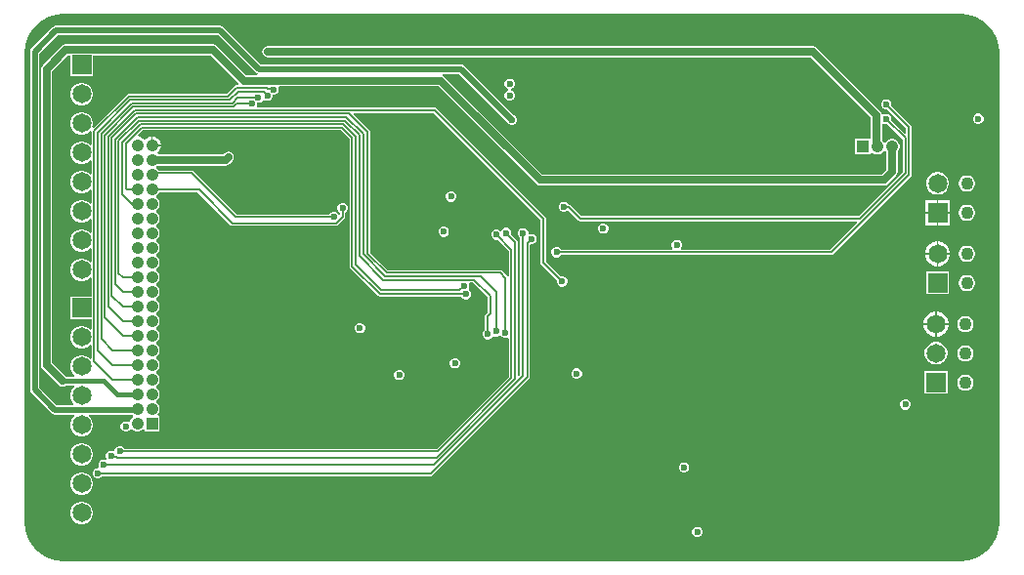
<source format=gbl>
G04*
G04 #@! TF.GenerationSoftware,Altium Limited,Altium Designer,23.3.1 (30)*
G04*
G04 Layer_Physical_Order=4*
G04 Layer_Color=16711680*
%FSLAX24Y24*%
%MOIN*%
G70*
G04*
G04 #@! TF.SameCoordinates,D40D81B0-760B-49B0-83D9-93248203E87C*
G04*
G04*
G04 #@! TF.FilePolarity,Positive*
G04*
G01*
G75*
%ADD13C,0.0160*%
%ADD16C,0.0060*%
%ADD63C,0.0250*%
%ADD64C,0.0200*%
%ADD66R,0.0650X0.0650*%
%ADD67C,0.0650*%
%ADD68C,0.0433*%
%ADD69R,0.0413X0.0413*%
%ADD70C,0.0413*%
%ADD71R,0.0413X0.0413*%
%ADD72C,0.0236*%
G36*
X32188Y18999D02*
X32278D01*
X32457Y18975D01*
X32631Y18928D01*
X32798Y18859D01*
X32955Y18769D01*
X33098Y18659D01*
X33226Y18531D01*
X33336Y18388D01*
X33426Y18231D01*
X33495Y18064D01*
X33542Y17890D01*
X33565Y17711D01*
Y17621D01*
X33565D01*
X33565Y1676D01*
Y1585D01*
X33542Y1406D01*
X33495Y1232D01*
X33426Y1065D01*
X33336Y909D01*
X33226Y765D01*
X33098Y638D01*
X32955Y528D01*
X32798Y437D01*
X32631Y368D01*
X32457Y321D01*
X32278Y298D01*
X32188Y298D01*
X1585D01*
X1406Y321D01*
X1232Y368D01*
X1065Y437D01*
X909Y528D01*
X765Y638D01*
X638Y765D01*
X528Y909D01*
X437Y1065D01*
X368Y1232D01*
X321Y1406D01*
X298Y1585D01*
Y1676D01*
Y17621D01*
X298Y17711D01*
X321Y17890D01*
X368Y18064D01*
X437Y18231D01*
X528Y18388D01*
X637Y18531D01*
X765Y18659D01*
X909Y18769D01*
X1065Y18859D01*
X1232Y18928D01*
X1406Y18975D01*
X1585Y18999D01*
X1676D01*
X1676Y18999D01*
X32188Y18999D01*
D02*
G37*
%LPC*%
G36*
X16885Y16777D02*
X16815D01*
X16750Y16750D01*
X16700Y16700D01*
X16673Y16635D01*
Y16565D01*
X16700Y16500D01*
X16750Y16450D01*
X16810Y16425D01*
X16812Y16400D01*
X16810Y16375D01*
X16750Y16350D01*
X16700Y16300D01*
X16673Y16235D01*
Y16165D01*
X16700Y16100D01*
X16750Y16050D01*
X16815Y16023D01*
X16885D01*
X16950Y16050D01*
X17000Y16100D01*
X17027Y16165D01*
Y16235D01*
X17000Y16300D01*
X16950Y16350D01*
X16890Y16375D01*
X16888Y16400D01*
X16890Y16425D01*
X16950Y16450D01*
X17000Y16500D01*
X17027Y16565D01*
Y16635D01*
X17000Y16700D01*
X16950Y16750D01*
X16885Y16777D01*
D02*
G37*
G36*
X32879Y15588D02*
X32808D01*
X32743Y15561D01*
X32693Y15511D01*
X32666Y15446D01*
Y15376D01*
X32693Y15310D01*
X32743Y15261D01*
X32808Y15234D01*
X32879D01*
X32944Y15261D01*
X32994Y15310D01*
X33021Y15376D01*
Y15446D01*
X32994Y15511D01*
X32944Y15561D01*
X32879Y15588D01*
D02*
G37*
G36*
X4690Y14807D02*
X4680D01*
Y14530D01*
X4957D01*
Y14540D01*
X4936Y14618D01*
X4895Y14688D01*
X4838Y14745D01*
X4768Y14786D01*
X4690Y14807D01*
D02*
G37*
G36*
X32486Y13476D02*
X32414D01*
X32344Y13457D01*
X32281Y13421D01*
X32229Y13369D01*
X32193Y13306D01*
X32174Y13236D01*
Y13164D01*
X32193Y13094D01*
X32229Y13031D01*
X32281Y12979D01*
X32344Y12943D01*
X32414Y12924D01*
X32486D01*
X32556Y12943D01*
X32619Y12979D01*
X32671Y13031D01*
X32707Y13094D01*
X32726Y13164D01*
Y13236D01*
X32707Y13306D01*
X32671Y13369D01*
X32619Y13421D01*
X32556Y13457D01*
X32486Y13476D01*
D02*
G37*
G36*
X31501Y13584D02*
X31399D01*
X31302Y13558D01*
X31214Y13507D01*
X31143Y13436D01*
X31092Y13348D01*
X31066Y13251D01*
Y13149D01*
X31092Y13052D01*
X31143Y12964D01*
X31214Y12893D01*
X31302Y12842D01*
X31399Y12816D01*
X31501D01*
X31598Y12842D01*
X31686Y12893D01*
X31757Y12964D01*
X31808Y13052D01*
X31834Y13149D01*
Y13251D01*
X31808Y13348D01*
X31757Y13436D01*
X31686Y13507D01*
X31598Y13558D01*
X31501Y13584D01*
D02*
G37*
G36*
X14885Y12927D02*
X14815D01*
X14750Y12900D01*
X14700Y12850D01*
X14673Y12785D01*
Y12715D01*
X14700Y12650D01*
X14750Y12600D01*
X14815Y12573D01*
X14885D01*
X14950Y12600D01*
X15000Y12650D01*
X15027Y12715D01*
Y12785D01*
X15000Y12850D01*
X14950Y12900D01*
X14885Y12927D01*
D02*
G37*
G36*
X31875Y12625D02*
X31480D01*
Y12230D01*
X31875D01*
Y12625D01*
D02*
G37*
G36*
X31420D02*
X31025D01*
Y12230D01*
X31420D01*
Y12625D01*
D02*
G37*
G36*
X6973Y18589D02*
X1377D01*
X1315Y18577D01*
X1262Y18541D01*
X535Y17815D01*
X500Y17762D01*
X488Y17700D01*
Y6150D01*
X500Y6088D01*
X535Y6035D01*
X1219Y5351D01*
X1272Y5316D01*
X1334Y5304D01*
X2002D01*
X2009Y5277D01*
X2011Y5254D01*
X1943Y5186D01*
X1892Y5098D01*
X1866Y5001D01*
Y4899D01*
X1892Y4802D01*
X1943Y4714D01*
X2014Y4643D01*
X2102Y4592D01*
X2199Y4566D01*
X2301D01*
X2398Y4592D01*
X2486Y4643D01*
X2557Y4714D01*
X2608Y4802D01*
X2634Y4899D01*
Y5001D01*
X2608Y5098D01*
X2557Y5186D01*
X2489Y5254D01*
X2491Y5277D01*
X2498Y5304D01*
X3970D01*
X3987Y5287D01*
X4002Y5279D01*
Y5221D01*
X3987Y5213D01*
X3937Y5163D01*
X3902Y5103D01*
X3897Y5082D01*
X3888Y5075D01*
X3839Y5058D01*
X3792Y5077D01*
X3722D01*
X3657Y5050D01*
X3607Y5000D01*
X3580Y4935D01*
Y4865D01*
X3607Y4800D01*
X3657Y4750D01*
X3722Y4723D01*
X3792D01*
X3858Y4750D01*
X3907Y4800D01*
X3965Y4809D01*
X3987Y4787D01*
X4047Y4752D01*
X4115Y4734D01*
X4185D01*
X4253Y4752D01*
X4313Y4787D01*
X4334Y4808D01*
X4384Y4788D01*
Y4734D01*
X4916D01*
Y5266D01*
X4862D01*
X4842Y5316D01*
X4863Y5337D01*
X4898Y5397D01*
X4916Y5465D01*
Y5535D01*
X4898Y5603D01*
X4863Y5663D01*
X4813Y5713D01*
X4798Y5721D01*
Y5779D01*
X4813Y5787D01*
X4863Y5837D01*
X4898Y5897D01*
X4916Y5965D01*
Y6035D01*
X4898Y6103D01*
X4863Y6163D01*
X4813Y6213D01*
X4798Y6221D01*
Y6279D01*
X4813Y6287D01*
X4863Y6337D01*
X4898Y6397D01*
X4916Y6465D01*
Y6535D01*
X4898Y6603D01*
X4863Y6663D01*
X4813Y6713D01*
X4798Y6721D01*
Y6779D01*
X4813Y6787D01*
X4863Y6837D01*
X4898Y6897D01*
X4916Y6965D01*
Y7035D01*
X4898Y7103D01*
X4863Y7163D01*
X4813Y7213D01*
X4798Y7221D01*
Y7279D01*
X4813Y7287D01*
X4863Y7337D01*
X4898Y7397D01*
X4916Y7465D01*
Y7535D01*
X4898Y7603D01*
X4863Y7663D01*
X4813Y7713D01*
X4798Y7721D01*
Y7779D01*
X4813Y7787D01*
X4863Y7837D01*
X4898Y7897D01*
X4916Y7965D01*
Y8035D01*
X4898Y8103D01*
X4863Y8163D01*
X4813Y8213D01*
X4798Y8221D01*
Y8279D01*
X4813Y8287D01*
X4863Y8337D01*
X4898Y8397D01*
X4916Y8465D01*
Y8535D01*
X4898Y8603D01*
X4863Y8663D01*
X4813Y8713D01*
X4798Y8721D01*
Y8779D01*
X4813Y8787D01*
X4863Y8837D01*
X4898Y8897D01*
X4916Y8965D01*
Y9035D01*
X4898Y9103D01*
X4863Y9163D01*
X4813Y9213D01*
X4798Y9221D01*
Y9279D01*
X4813Y9287D01*
X4863Y9337D01*
X4898Y9397D01*
X4916Y9465D01*
Y9535D01*
X4898Y9603D01*
X4863Y9663D01*
X4813Y9713D01*
X4798Y9721D01*
Y9779D01*
X4813Y9787D01*
X4863Y9837D01*
X4898Y9897D01*
X4916Y9965D01*
Y10035D01*
X4898Y10103D01*
X4863Y10163D01*
X4813Y10213D01*
X4798Y10221D01*
Y10279D01*
X4813Y10287D01*
X4863Y10337D01*
X4898Y10397D01*
X4916Y10465D01*
Y10535D01*
X4898Y10603D01*
X4863Y10663D01*
X4813Y10713D01*
X4798Y10721D01*
Y10779D01*
X4813Y10787D01*
X4863Y10837D01*
X4898Y10897D01*
X4916Y10965D01*
Y11035D01*
X4898Y11103D01*
X4863Y11163D01*
X4813Y11213D01*
X4798Y11221D01*
Y11279D01*
X4813Y11287D01*
X4863Y11337D01*
X4898Y11397D01*
X4916Y11465D01*
Y11535D01*
X4898Y11603D01*
X4863Y11663D01*
X4813Y11713D01*
X4798Y11721D01*
Y11779D01*
X4813Y11787D01*
X4863Y11837D01*
X4898Y11897D01*
X4916Y11965D01*
Y12035D01*
X4898Y12103D01*
X4863Y12163D01*
X4813Y12213D01*
X4798Y12221D01*
Y12279D01*
X4813Y12287D01*
X4863Y12337D01*
X4898Y12397D01*
X4916Y12465D01*
Y12535D01*
X4898Y12603D01*
X4863Y12663D01*
X4813Y12713D01*
X4798Y12721D01*
Y12779D01*
X4813Y12787D01*
X4863Y12837D01*
X4898Y12897D01*
X4901Y12909D01*
X6212D01*
X7343Y11779D01*
X7372Y11759D01*
X7407Y11752D01*
X10936D01*
X10971Y11759D01*
X11000Y11779D01*
X11214Y11993D01*
X11234Y12022D01*
X11241Y12057D01*
Y12196D01*
X11250Y12200D01*
X11300Y12250D01*
X11327Y12315D01*
Y12385D01*
X11300Y12450D01*
X11250Y12500D01*
X11185Y12527D01*
X11115D01*
X11050Y12500D01*
X11000Y12450D01*
X10973Y12385D01*
Y12315D01*
X11000Y12250D01*
X11050Y12200D01*
X11059Y12196D01*
Y12139D01*
X11009Y12129D01*
X11000Y12150D01*
X10950Y12200D01*
X10885Y12227D01*
X10815D01*
X10750Y12200D01*
X10700Y12150D01*
X10696Y12141D01*
X7538D01*
X6064Y13614D01*
X6035Y13634D01*
X6000Y13641D01*
X4876D01*
X4863Y13663D01*
X4813Y13713D01*
X4798Y13721D01*
Y13779D01*
X4813Y13787D01*
X4838Y13812D01*
X7150D01*
X7222Y13827D01*
X7283Y13867D01*
X7383Y13967D01*
X7423Y14028D01*
X7438Y14100D01*
X7423Y14172D01*
X7383Y14233D01*
X7322Y14273D01*
X7250Y14288D01*
X7178Y14273D01*
X7117Y14233D01*
X7072Y14188D01*
X4881D01*
X4860Y14210D01*
X4838Y14255D01*
X4895Y14312D01*
X4936Y14382D01*
X4957Y14460D01*
Y14470D01*
X4650D01*
Y14500D01*
X4620D01*
Y14807D01*
X4610D01*
X4532Y14786D01*
X4462Y14745D01*
X4434Y14717D01*
X4400Y14692D01*
X4366Y14717D01*
X4338Y14745D01*
X4268Y14786D01*
X4203Y14803D01*
X4180Y14852D01*
X4342Y15014D01*
X11089D01*
X11390Y14713D01*
Y10369D01*
X11397Y10334D01*
X11417Y10305D01*
X12355Y9367D01*
X12384Y9347D01*
X12419Y9340D01*
X15195D01*
X15206Y9314D01*
X15256Y9264D01*
X15321Y9237D01*
X15391D01*
X15457Y9264D01*
X15506Y9314D01*
X15533Y9379D01*
Y9449D01*
X15506Y9514D01*
X15457Y9564D01*
X15450Y9600D01*
X15454Y9604D01*
X15481Y9669D01*
Y9740D01*
X15468Y9771D01*
X15502Y9821D01*
X15601D01*
X16109Y9312D01*
Y8811D01*
X16036Y8738D01*
X16016Y8709D01*
X16009Y8674D01*
Y8204D01*
X16000Y8200D01*
X15950Y8150D01*
X15923Y8085D01*
Y8015D01*
X15950Y7950D01*
X16000Y7900D01*
X16065Y7873D01*
X16135D01*
X16200Y7900D01*
X16250Y7950D01*
X16259Y7970D01*
X16300Y8000D01*
X16365Y7973D01*
X16435D01*
X16500Y8000D01*
X16508Y8008D01*
X16550Y8000D01*
X16600Y7950D01*
X16665Y7923D01*
X16735D01*
X16775Y7939D01*
X16825Y7909D01*
Y6608D01*
X14357Y4141D01*
X3704D01*
X3700Y4150D01*
X3650Y4200D01*
X3585Y4227D01*
X3515D01*
X3450Y4200D01*
X3400Y4150D01*
X3375Y4090D01*
X3371Y4085D01*
X3323Y4062D01*
X3285Y4077D01*
X3215D01*
X3150Y4050D01*
X3100Y4000D01*
X3073Y3935D01*
Y3865D01*
X3096Y3809D01*
X3076Y3780D01*
X3063Y3769D01*
X3042Y3777D01*
X2972D01*
X2907Y3750D01*
X2857Y3700D01*
X2830Y3635D01*
Y3565D01*
X2847Y3523D01*
X2846Y3520D01*
X2814Y3477D01*
X2765D01*
X2700Y3450D01*
X2650Y3400D01*
X2623Y3335D01*
Y3265D01*
X2650Y3200D01*
X2700Y3150D01*
X2765Y3123D01*
X2835D01*
X2900Y3150D01*
X2950Y3200D01*
X2954Y3209D01*
X14150D01*
X14185Y3216D01*
X14214Y3236D01*
X17514Y6536D01*
X17534Y6565D01*
X17541Y6600D01*
Y11079D01*
X17565Y11123D01*
X17635D01*
X17700Y11150D01*
X17750Y11200D01*
X17777Y11265D01*
Y11335D01*
X17750Y11400D01*
X17700Y11450D01*
X17635Y11477D01*
X17565D01*
X17534Y11464D01*
X17484Y11498D01*
Y11534D01*
X17457Y11599D01*
X17407Y11649D01*
X17342Y11676D01*
X17271D01*
X17206Y11649D01*
X17156Y11599D01*
X17129Y11534D01*
Y11464D01*
X17156Y11399D01*
X17206Y11349D01*
X17216Y11345D01*
Y6663D01*
X17172Y6619D01*
X17126Y6638D01*
Y11208D01*
X17119Y11243D01*
X17099Y11272D01*
X16911Y11460D01*
X16915Y11470D01*
Y11540D01*
X16888Y11606D01*
X16838Y11655D01*
X16773Y11682D01*
X16703D01*
X16637Y11655D01*
X16588Y11606D01*
X16581Y11590D01*
X16522Y11578D01*
X16500Y11600D01*
X16435Y11627D01*
X16365D01*
X16300Y11600D01*
X16250Y11550D01*
X16223Y11485D01*
Y11415D01*
X16250Y11350D01*
X16300Y11300D01*
X16365Y11273D01*
X16435D01*
X16445Y11277D01*
X16825Y10897D01*
Y10037D01*
X16775Y10022D01*
X16764Y10038D01*
X16588Y10214D01*
X16559Y10234D01*
X16524Y10241D01*
X12688D01*
X12091Y10838D01*
Y14950D01*
X12084Y14985D01*
X12064Y15014D01*
X11515Y15563D01*
X11534Y15609D01*
X14260D01*
X17909Y11960D01*
Y10491D01*
X17916Y10456D01*
X17936Y10427D01*
X18468Y9895D01*
X18464Y9885D01*
Y9815D01*
X18491Y9750D01*
X18541Y9700D01*
X18606Y9673D01*
X18676D01*
X18741Y9700D01*
X18791Y9750D01*
X18818Y9815D01*
Y9885D01*
X18791Y9950D01*
X18741Y10000D01*
X18676Y10027D01*
X18606D01*
X18596Y10023D01*
X18091Y10529D01*
Y11997D01*
X18084Y12032D01*
X18064Y12061D01*
X14361Y15764D01*
X14332Y15784D01*
X14297Y15791D01*
X8257D01*
X8228Y15841D01*
X8246Y15883D01*
Y15952D01*
X8312D01*
X8377Y15979D01*
X8427Y16029D01*
X8434Y16046D01*
X8483Y16056D01*
X8495Y16045D01*
X8560Y16018D01*
X8630D01*
X8696Y16045D01*
X8745Y16095D01*
X8772Y16160D01*
Y16230D01*
X8773Y16230D01*
X8835D01*
X8900Y16257D01*
X8950Y16307D01*
X8977Y16372D01*
Y16443D01*
X8965Y16472D01*
X8998Y16522D01*
X14424D01*
X17760Y13186D01*
X17821Y13145D01*
X17893Y13131D01*
X29619D01*
X29691Y13145D01*
X29752Y13186D01*
X30033Y13467D01*
X30073Y13528D01*
X30088Y13600D01*
Y14262D01*
X30113Y14287D01*
X30148Y14347D01*
X30166Y14415D01*
Y14485D01*
X30148Y14553D01*
X30113Y14613D01*
X30063Y14663D01*
X30003Y14698D01*
X29935Y14716D01*
X29865D01*
X29797Y14698D01*
X29737Y14663D01*
X29687Y14613D01*
X29679Y14598D01*
X29621D01*
X29613Y14613D01*
X29563Y14663D01*
X29556Y14667D01*
Y15228D01*
X29606Y15247D01*
X29665Y15223D01*
X29735D01*
X29745Y15227D01*
X30259Y14712D01*
Y13588D01*
X28762Y12091D01*
X19288D01*
X18926Y12452D01*
X18897Y12472D01*
X18862Y12479D01*
X18859D01*
X18850Y12500D01*
X18800Y12550D01*
X18735Y12577D01*
X18665D01*
X18600Y12550D01*
X18550Y12500D01*
X18523Y12435D01*
Y12365D01*
X18550Y12300D01*
X18600Y12250D01*
X18665Y12223D01*
X18735D01*
X18800Y12250D01*
X18836Y12286D01*
X19186Y11936D01*
X19215Y11916D01*
X19250Y11909D01*
X28684D01*
X28703Y11863D01*
X27781Y10941D01*
X22712D01*
X22691Y10991D01*
X22700Y11000D01*
X22727Y11065D01*
Y11135D01*
X22700Y11200D01*
X22650Y11250D01*
X22585Y11277D01*
X22515D01*
X22450Y11250D01*
X22400Y11200D01*
X22373Y11135D01*
Y11065D01*
X22400Y11000D01*
X22409Y10991D01*
X22388Y10941D01*
X18604D01*
X18600Y10950D01*
X18550Y11000D01*
X18485Y11027D01*
X18415D01*
X18350Y11000D01*
X18300Y10950D01*
X18273Y10885D01*
Y10815D01*
X18300Y10750D01*
X18350Y10700D01*
X18415Y10673D01*
X18485D01*
X18550Y10700D01*
X18600Y10750D01*
X18604Y10759D01*
X27818D01*
X27853Y10766D01*
X27883Y10786D01*
X30533Y13436D01*
X30553Y13466D01*
X30560Y13501D01*
Y15131D01*
X30553Y15166D01*
X30533Y15195D01*
X29873Y15855D01*
X29877Y15865D01*
Y15935D01*
X29850Y16000D01*
X29800Y16050D01*
X29735Y16077D01*
X29665D01*
X29600Y16050D01*
X29550Y16000D01*
X29523Y15935D01*
Y15865D01*
X29550Y15800D01*
X29600Y15750D01*
X29665Y15723D01*
X29735D01*
X29745Y15727D01*
X30378Y15093D01*
Y14915D01*
X30332Y14896D01*
X29873Y15355D01*
X29877Y15365D01*
Y15435D01*
X29850Y15500D01*
X29800Y15550D01*
X29735Y15577D01*
X29665D01*
X29603Y15552D01*
X29597Y15551D01*
X29549Y15570D01*
X29542Y15603D01*
X29501Y15664D01*
X27333Y17833D01*
X27272Y17873D01*
X27200Y17888D01*
X8600D01*
X8528Y17873D01*
X8467Y17833D01*
X8427Y17772D01*
X8412Y17700D01*
X8427Y17628D01*
X8467Y17567D01*
X8528Y17527D01*
X8600Y17512D01*
X27122D01*
X29181Y15454D01*
Y14759D01*
X29166Y14716D01*
X28634D01*
Y14184D01*
X29166D01*
Y14238D01*
X29216Y14258D01*
X29237Y14237D01*
X29297Y14202D01*
X29365Y14184D01*
X29435D01*
X29503Y14202D01*
X29563Y14237D01*
X29613Y14287D01*
X29621Y14302D01*
X29679D01*
X29687Y14287D01*
X29712Y14262D01*
Y13678D01*
X29541Y13507D01*
X17970D01*
X14634Y16843D01*
X14573Y16883D01*
X14550Y16888D01*
X14555Y16938D01*
X15125D01*
X16759Y15304D01*
X16774Y15268D01*
X16824Y15218D01*
X16889Y15191D01*
X16960D01*
X17025Y15218D01*
X17074Y15268D01*
X17101Y15333D01*
Y15403D01*
X17074Y15469D01*
X17025Y15518D01*
X16988Y15533D01*
X15307Y17215D01*
X15255Y17250D01*
X15193Y17262D01*
X8367D01*
X7088Y18541D01*
X7035Y18577D01*
X6973Y18589D01*
D02*
G37*
G36*
X32486Y12476D02*
X32414D01*
X32344Y12457D01*
X32281Y12421D01*
X32229Y12369D01*
X32193Y12306D01*
X32174Y12236D01*
Y12164D01*
X32193Y12094D01*
X32229Y12031D01*
X32281Y11979D01*
X32344Y11943D01*
X32414Y11924D01*
X32486D01*
X32556Y11943D01*
X32619Y11979D01*
X32671Y12031D01*
X32707Y12094D01*
X32726Y12164D01*
Y12236D01*
X32707Y12306D01*
X32671Y12369D01*
X32619Y12421D01*
X32556Y12457D01*
X32486Y12476D01*
D02*
G37*
G36*
X31875Y12170D02*
X31480D01*
Y11775D01*
X31875D01*
Y12170D01*
D02*
G37*
G36*
X31420D02*
X31025D01*
Y11775D01*
X31420D01*
Y12170D01*
D02*
G37*
G36*
X20079Y11838D02*
X20008D01*
X19943Y11811D01*
X19893Y11761D01*
X19866Y11696D01*
Y11626D01*
X19893Y11560D01*
X19943Y11511D01*
X20008Y11484D01*
X20079D01*
X20144Y11511D01*
X20194Y11560D01*
X20221Y11626D01*
Y11696D01*
X20194Y11761D01*
X20144Y11811D01*
X20079Y11838D01*
D02*
G37*
G36*
X14635Y11727D02*
X14565D01*
X14500Y11700D01*
X14450Y11650D01*
X14423Y11585D01*
Y11515D01*
X14450Y11450D01*
X14500Y11400D01*
X14565Y11373D01*
X14635D01*
X14700Y11400D01*
X14750Y11450D01*
X14777Y11515D01*
Y11585D01*
X14750Y11650D01*
X14700Y11700D01*
X14635Y11727D01*
D02*
G37*
G36*
X31506Y11225D02*
X31480D01*
Y10830D01*
X31875D01*
Y10856D01*
X31846Y10964D01*
X31790Y11061D01*
X31711Y11140D01*
X31614Y11196D01*
X31506Y11225D01*
D02*
G37*
G36*
X31420D02*
X31394D01*
X31286Y11196D01*
X31189Y11140D01*
X31110Y11061D01*
X31054Y10964D01*
X31025Y10856D01*
Y10830D01*
X31420D01*
Y11225D01*
D02*
G37*
G36*
X32486Y11076D02*
X32414D01*
X32344Y11057D01*
X32281Y11021D01*
X32229Y10969D01*
X32193Y10906D01*
X32174Y10836D01*
Y10764D01*
X32193Y10694D01*
X32229Y10631D01*
X32281Y10579D01*
X32344Y10543D01*
X32414Y10524D01*
X32486D01*
X32556Y10543D01*
X32619Y10579D01*
X32671Y10631D01*
X32707Y10694D01*
X32726Y10764D01*
Y10836D01*
X32707Y10906D01*
X32671Y10969D01*
X32619Y11021D01*
X32556Y11057D01*
X32486Y11076D01*
D02*
G37*
G36*
X31875Y10770D02*
X31480D01*
Y10375D01*
X31506D01*
X31614Y10404D01*
X31711Y10460D01*
X31790Y10539D01*
X31846Y10636D01*
X31875Y10744D01*
Y10770D01*
D02*
G37*
G36*
X31420D02*
X31025D01*
Y10744D01*
X31054Y10636D01*
X31110Y10539D01*
X31189Y10460D01*
X31286Y10404D01*
X31394Y10375D01*
X31420D01*
Y10770D01*
D02*
G37*
G36*
X32486Y10076D02*
X32414D01*
X32344Y10057D01*
X32281Y10021D01*
X32229Y9969D01*
X32193Y9906D01*
X32174Y9836D01*
Y9764D01*
X32193Y9694D01*
X32229Y9631D01*
X32281Y9579D01*
X32344Y9543D01*
X32414Y9524D01*
X32486D01*
X32556Y9543D01*
X32619Y9579D01*
X32671Y9631D01*
X32707Y9694D01*
X32726Y9764D01*
Y9836D01*
X32707Y9906D01*
X32671Y9969D01*
X32619Y10021D01*
X32556Y10057D01*
X32486Y10076D01*
D02*
G37*
G36*
X31834Y10184D02*
X31066D01*
Y9416D01*
X31834D01*
Y10184D01*
D02*
G37*
G36*
X31456Y8825D02*
X31430D01*
Y8430D01*
X31825D01*
Y8456D01*
X31796Y8564D01*
X31740Y8661D01*
X31661Y8740D01*
X31564Y8796D01*
X31456Y8825D01*
D02*
G37*
G36*
X31370D02*
X31344D01*
X31236Y8796D01*
X31139Y8740D01*
X31060Y8661D01*
X31004Y8564D01*
X30975Y8456D01*
Y8430D01*
X31370D01*
Y8825D01*
D02*
G37*
G36*
X32436Y8676D02*
X32364D01*
X32294Y8657D01*
X32231Y8621D01*
X32179Y8569D01*
X32143Y8506D01*
X32124Y8436D01*
Y8364D01*
X32143Y8294D01*
X32179Y8231D01*
X32231Y8179D01*
X32294Y8143D01*
X32364Y8124D01*
X32436D01*
X32506Y8143D01*
X32569Y8179D01*
X32621Y8231D01*
X32657Y8294D01*
X32676Y8364D01*
Y8436D01*
X32657Y8506D01*
X32621Y8569D01*
X32569Y8621D01*
X32506Y8657D01*
X32436Y8676D01*
D02*
G37*
G36*
X11779Y8438D02*
X11708D01*
X11643Y8411D01*
X11593Y8361D01*
X11566Y8296D01*
Y8226D01*
X11593Y8160D01*
X11643Y8111D01*
X11708Y8084D01*
X11779D01*
X11844Y8111D01*
X11894Y8160D01*
X11921Y8226D01*
Y8296D01*
X11894Y8361D01*
X11844Y8411D01*
X11779Y8438D01*
D02*
G37*
G36*
X31825Y8370D02*
X31430D01*
Y7975D01*
X31456D01*
X31564Y8004D01*
X31661Y8060D01*
X31740Y8139D01*
X31796Y8236D01*
X31825Y8344D01*
Y8370D01*
D02*
G37*
G36*
X31370D02*
X30975D01*
Y8344D01*
X31004Y8236D01*
X31060Y8139D01*
X31139Y8060D01*
X31236Y8004D01*
X31344Y7975D01*
X31370D01*
Y8370D01*
D02*
G37*
G36*
X32436Y7676D02*
X32364D01*
X32294Y7657D01*
X32231Y7621D01*
X32179Y7569D01*
X32143Y7506D01*
X32124Y7436D01*
Y7364D01*
X32143Y7294D01*
X32179Y7231D01*
X32231Y7179D01*
X32294Y7143D01*
X32364Y7124D01*
X32436D01*
X32506Y7143D01*
X32569Y7179D01*
X32621Y7231D01*
X32657Y7294D01*
X32676Y7364D01*
Y7436D01*
X32657Y7506D01*
X32621Y7569D01*
X32569Y7621D01*
X32506Y7657D01*
X32436Y7676D01*
D02*
G37*
G36*
X31451Y7784D02*
X31349D01*
X31252Y7758D01*
X31164Y7707D01*
X31093Y7636D01*
X31042Y7548D01*
X31016Y7451D01*
Y7349D01*
X31042Y7252D01*
X31093Y7164D01*
X31164Y7093D01*
X31252Y7042D01*
X31349Y7016D01*
X31451D01*
X31548Y7042D01*
X31636Y7093D01*
X31707Y7164D01*
X31758Y7252D01*
X31784Y7349D01*
Y7451D01*
X31758Y7548D01*
X31707Y7636D01*
X31636Y7707D01*
X31548Y7758D01*
X31451Y7784D01*
D02*
G37*
G36*
X15029Y7238D02*
X14958D01*
X14893Y7211D01*
X14843Y7161D01*
X14816Y7096D01*
Y7026D01*
X14843Y6960D01*
X14893Y6911D01*
X14958Y6884D01*
X15029D01*
X15094Y6911D01*
X15144Y6960D01*
X15171Y7026D01*
Y7096D01*
X15144Y7161D01*
X15094Y7211D01*
X15029Y7238D01*
D02*
G37*
G36*
X19179Y6888D02*
X19108D01*
X19043Y6861D01*
X18993Y6811D01*
X18966Y6746D01*
Y6676D01*
X18993Y6610D01*
X19043Y6561D01*
X19108Y6534D01*
X19179D01*
X19244Y6561D01*
X19294Y6610D01*
X19321Y6676D01*
Y6746D01*
X19294Y6811D01*
X19244Y6861D01*
X19179Y6888D01*
D02*
G37*
G36*
X13129Y6838D02*
X13058D01*
X12993Y6811D01*
X12943Y6761D01*
X12916Y6696D01*
Y6626D01*
X12943Y6560D01*
X12993Y6511D01*
X13058Y6484D01*
X13129D01*
X13194Y6511D01*
X13244Y6560D01*
X13271Y6626D01*
Y6696D01*
X13244Y6761D01*
X13194Y6811D01*
X13129Y6838D01*
D02*
G37*
G36*
X32436Y6676D02*
X32364D01*
X32294Y6657D01*
X32231Y6621D01*
X32179Y6569D01*
X32143Y6506D01*
X32124Y6436D01*
Y6364D01*
X32143Y6294D01*
X32179Y6231D01*
X32231Y6179D01*
X32294Y6143D01*
X32364Y6124D01*
X32436D01*
X32506Y6143D01*
X32569Y6179D01*
X32621Y6231D01*
X32657Y6294D01*
X32676Y6364D01*
Y6436D01*
X32657Y6506D01*
X32621Y6569D01*
X32569Y6621D01*
X32506Y6657D01*
X32436Y6676D01*
D02*
G37*
G36*
X31784Y6784D02*
X31016D01*
Y6016D01*
X31784D01*
Y6784D01*
D02*
G37*
G36*
X30385Y5827D02*
X30315D01*
X30250Y5800D01*
X30200Y5750D01*
X30173Y5685D01*
Y5615D01*
X30200Y5550D01*
X30250Y5500D01*
X30315Y5473D01*
X30385D01*
X30450Y5500D01*
X30500Y5550D01*
X30527Y5615D01*
Y5685D01*
X30500Y5750D01*
X30450Y5800D01*
X30385Y5827D01*
D02*
G37*
G36*
X2301Y4334D02*
X2199D01*
X2102Y4308D01*
X2014Y4257D01*
X1943Y4186D01*
X1892Y4098D01*
X1866Y4001D01*
Y3899D01*
X1892Y3802D01*
X1943Y3714D01*
X2014Y3643D01*
X2102Y3592D01*
X2199Y3566D01*
X2301D01*
X2398Y3592D01*
X2486Y3643D01*
X2557Y3714D01*
X2608Y3802D01*
X2634Y3899D01*
Y4001D01*
X2608Y4098D01*
X2557Y4186D01*
X2486Y4257D01*
X2398Y4308D01*
X2301Y4334D01*
D02*
G37*
G36*
X22835Y3677D02*
X22765D01*
X22700Y3650D01*
X22650Y3600D01*
X22623Y3535D01*
Y3465D01*
X22650Y3400D01*
X22700Y3350D01*
X22765Y3323D01*
X22835D01*
X22900Y3350D01*
X22950Y3400D01*
X22977Y3465D01*
Y3535D01*
X22950Y3600D01*
X22900Y3650D01*
X22835Y3677D01*
D02*
G37*
G36*
X2301Y3334D02*
X2199D01*
X2102Y3308D01*
X2014Y3257D01*
X1943Y3186D01*
X1892Y3098D01*
X1866Y3001D01*
Y2899D01*
X1892Y2802D01*
X1943Y2714D01*
X2014Y2643D01*
X2102Y2592D01*
X2199Y2566D01*
X2301D01*
X2398Y2592D01*
X2486Y2643D01*
X2557Y2714D01*
X2608Y2802D01*
X2634Y2899D01*
Y3001D01*
X2608Y3098D01*
X2557Y3186D01*
X2486Y3257D01*
X2398Y3308D01*
X2301Y3334D01*
D02*
G37*
G36*
Y2334D02*
X2199D01*
X2102Y2308D01*
X2014Y2257D01*
X1943Y2186D01*
X1892Y2098D01*
X1866Y2001D01*
Y1899D01*
X1892Y1802D01*
X1943Y1714D01*
X2014Y1643D01*
X2102Y1592D01*
X2199Y1566D01*
X2301D01*
X2398Y1592D01*
X2486Y1643D01*
X2557Y1714D01*
X2608Y1802D01*
X2634Y1899D01*
Y2001D01*
X2608Y2098D01*
X2557Y2186D01*
X2486Y2257D01*
X2398Y2308D01*
X2301Y2334D01*
D02*
G37*
G36*
X23285Y1477D02*
X23215D01*
X23150Y1450D01*
X23100Y1400D01*
X23073Y1335D01*
Y1265D01*
X23100Y1200D01*
X23150Y1150D01*
X23215Y1123D01*
X23285D01*
X23350Y1150D01*
X23400Y1200D01*
X23427Y1265D01*
Y1335D01*
X23400Y1400D01*
X23350Y1450D01*
X23285Y1477D01*
D02*
G37*
%LPD*%
G36*
X8185Y16985D02*
X8238Y16950D01*
X8252Y16947D01*
X8247Y16897D01*
X7864D01*
X6870Y17892D01*
X6809Y17932D01*
X6737Y17947D01*
X1709D01*
X1637Y17932D01*
X1576Y17892D01*
X917Y17233D01*
X877Y17172D01*
X862Y17100D01*
Y7000D01*
X877Y6928D01*
X917Y6867D01*
X1467Y6317D01*
X1528Y6277D01*
X1600Y6262D01*
X1672Y6277D01*
X1719Y6308D01*
X2003D01*
X2016Y6258D01*
X2014Y6257D01*
X1943Y6186D01*
X1892Y6098D01*
X1866Y6001D01*
Y5899D01*
X1892Y5802D01*
X1943Y5714D01*
X1979Y5678D01*
X1958Y5628D01*
X1401D01*
X812Y6217D01*
Y17633D01*
X1444Y18265D01*
X6906D01*
X8185Y16985D01*
D02*
G37*
G36*
X7616Y16615D02*
X7595Y16565D01*
X7524D01*
X7489Y16558D01*
X7460Y16538D01*
X7189Y16267D01*
X3861D01*
X3826Y16260D01*
X3797Y16241D01*
X2660Y15104D01*
X2615Y15130D01*
X2634Y15199D01*
Y15301D01*
X2608Y15398D01*
X2557Y15486D01*
X2486Y15557D01*
X2398Y15608D01*
X2301Y15634D01*
X2199D01*
X2102Y15608D01*
X2014Y15557D01*
X1943Y15486D01*
X1892Y15398D01*
X1866Y15301D01*
Y15199D01*
X1892Y15102D01*
X1943Y15014D01*
X2014Y14943D01*
X2102Y14892D01*
X2199Y14866D01*
X2301D01*
X2398Y14892D01*
X2486Y14943D01*
X2538Y14996D01*
X2588Y14974D01*
Y14526D01*
X2538Y14505D01*
X2486Y14557D01*
X2398Y14608D01*
X2301Y14634D01*
X2199D01*
X2102Y14608D01*
X2014Y14557D01*
X1943Y14486D01*
X1892Y14398D01*
X1866Y14301D01*
Y14199D01*
X1892Y14102D01*
X1943Y14014D01*
X2014Y13943D01*
X2102Y13892D01*
X2199Y13866D01*
X2301D01*
X2398Y13892D01*
X2486Y13943D01*
X2538Y13995D01*
X2588Y13974D01*
Y13526D01*
X2538Y13505D01*
X2486Y13557D01*
X2398Y13608D01*
X2301Y13634D01*
X2199D01*
X2102Y13608D01*
X2014Y13557D01*
X1943Y13486D01*
X1892Y13398D01*
X1866Y13301D01*
Y13199D01*
X1892Y13102D01*
X1943Y13014D01*
X2014Y12943D01*
X2102Y12892D01*
X2199Y12866D01*
X2301D01*
X2398Y12892D01*
X2486Y12943D01*
X2538Y12995D01*
X2588Y12974D01*
Y12526D01*
X2538Y12505D01*
X2486Y12557D01*
X2398Y12608D01*
X2301Y12634D01*
X2199D01*
X2102Y12608D01*
X2014Y12557D01*
X1943Y12486D01*
X1892Y12398D01*
X1866Y12301D01*
Y12199D01*
X1892Y12102D01*
X1943Y12014D01*
X2014Y11943D01*
X2102Y11892D01*
X2199Y11866D01*
X2301D01*
X2398Y11892D01*
X2486Y11943D01*
X2538Y11995D01*
X2588Y11974D01*
Y11526D01*
X2538Y11505D01*
X2486Y11557D01*
X2398Y11608D01*
X2301Y11634D01*
X2199D01*
X2102Y11608D01*
X2014Y11557D01*
X1943Y11486D01*
X1892Y11398D01*
X1866Y11301D01*
Y11199D01*
X1892Y11102D01*
X1943Y11014D01*
X2014Y10943D01*
X2102Y10892D01*
X2199Y10866D01*
X2301D01*
X2398Y10892D01*
X2486Y10943D01*
X2538Y10995D01*
X2588Y10974D01*
Y10526D01*
X2538Y10505D01*
X2486Y10557D01*
X2398Y10608D01*
X2301Y10634D01*
X2199D01*
X2102Y10608D01*
X2014Y10557D01*
X1943Y10486D01*
X1892Y10398D01*
X1866Y10301D01*
Y10199D01*
X1892Y10102D01*
X1943Y10014D01*
X2014Y9943D01*
X2102Y9892D01*
X2199Y9866D01*
X2301D01*
X2398Y9892D01*
X2486Y9943D01*
X2538Y9995D01*
X2588Y9974D01*
Y9334D01*
X1866D01*
Y8566D01*
X2588D01*
Y8226D01*
X2538Y8205D01*
X2486Y8257D01*
X2398Y8308D01*
X2301Y8334D01*
X2199D01*
X2102Y8308D01*
X2014Y8257D01*
X1943Y8186D01*
X1892Y8098D01*
X1866Y8001D01*
Y7899D01*
X1892Y7802D01*
X1943Y7714D01*
X2014Y7643D01*
X2102Y7592D01*
X2199Y7566D01*
X2301D01*
X2398Y7592D01*
X2486Y7643D01*
X2538Y7695D01*
X2588Y7674D01*
Y7226D01*
X2538Y7205D01*
X2486Y7257D01*
X2398Y7308D01*
X2301Y7334D01*
X2199D01*
X2102Y7308D01*
X2014Y7257D01*
X1943Y7186D01*
X1892Y7098D01*
X1866Y7001D01*
Y6899D01*
X1892Y6802D01*
X1943Y6714D01*
X2014Y6643D01*
X2016Y6642D01*
X2003Y6592D01*
X1724D01*
X1238Y7078D01*
Y17022D01*
X1787Y17571D01*
X1866D01*
Y16866D01*
X2634D01*
Y17571D01*
X6659D01*
X7616Y16615D01*
D02*
G37*
%LPC*%
G36*
X2301Y16634D02*
X2199D01*
X2102Y16608D01*
X2014Y16557D01*
X1943Y16486D01*
X1892Y16398D01*
X1866Y16301D01*
Y16199D01*
X1892Y16102D01*
X1943Y16014D01*
X2014Y15943D01*
X2102Y15892D01*
X2199Y15866D01*
X2301D01*
X2398Y15892D01*
X2486Y15943D01*
X2557Y16014D01*
X2608Y16102D01*
X2634Y16199D01*
Y16301D01*
X2608Y16398D01*
X2557Y16486D01*
X2486Y16557D01*
X2398Y16608D01*
X2301Y16634D01*
D02*
G37*
%LPD*%
D13*
X3000Y6450D02*
X3450Y6000D01*
X4150D01*
X1600Y6450D02*
X3000D01*
D16*
X2679Y7121D02*
X3300Y6500D01*
X4300D01*
X2679Y7121D02*
Y14994D01*
X3274Y9376D02*
Y14747D01*
X2917Y14895D02*
X3960Y15938D01*
X2798Y7502D02*
Y14945D01*
X3155Y8995D02*
X3650Y8500D01*
X3036Y14846D02*
X4009Y15819D01*
X3036Y8614D02*
X3650Y8000D01*
X2798Y7502D02*
X3300Y7000D01*
X3036Y8614D02*
Y14846D01*
X2798Y14945D02*
X3910Y16057D01*
X2917Y7883D02*
Y14895D01*
X2679Y14994D02*
X3861Y16176D01*
X3393Y9757D02*
Y14698D01*
X3155Y14797D02*
X4058Y15700D01*
X3155Y8995D02*
Y14797D01*
X3650Y9500D02*
X4300D01*
X3300Y7000D02*
X4150D01*
X3393Y9757D02*
X3650Y9500D01*
X3274Y9376D02*
X3650Y9000D01*
X2917Y7883D02*
X3300Y7500D01*
X4150Y8000D02*
X4300D01*
X3274Y14747D02*
X4108Y15581D01*
X8594Y16441D02*
X8766D01*
X8562Y16474D02*
X8594Y16441D01*
X8595Y16195D02*
Y16205D01*
X7524Y16474D02*
X8562D01*
X8464Y16336D02*
X8595Y16205D01*
X8766Y16441D02*
X8800Y16408D01*
X7586Y16336D02*
X8464D01*
X14297Y15700D02*
X18000Y11997D01*
Y10491D02*
Y11997D01*
X4058Y15700D02*
X14297D01*
X27818Y10850D02*
X30469Y13501D01*
X18450Y10850D02*
X27818D01*
X18712Y12388D02*
X18862D01*
X19250Y12000D01*
X28800D01*
X18700Y12400D02*
X18712Y12388D01*
X6000Y13550D02*
X7500Y12050D01*
X4700Y13550D02*
X6000D01*
X7500Y12050D02*
X10850D01*
X7407Y11843D02*
X10936D01*
X6250Y13000D02*
X7407Y11843D01*
X4650Y13000D02*
X6250D01*
X11150Y12057D02*
Y12350D01*
X10936Y11843D02*
X11150Y12057D01*
X4650Y13500D02*
X4700Y13550D01*
X11275Y15462D02*
X11850Y14887D01*
X11369Y15581D02*
X12000Y14950D01*
X11481Y10369D02*
X12419Y9431D01*
X11176Y15224D02*
X11600Y14800D01*
X11127Y15105D02*
X11481Y14751D01*
X12000Y10800D02*
X12650Y10150D01*
X11850Y10782D02*
X12601Y10031D01*
X11719Y10731D02*
Y14849D01*
Y10731D02*
X12538Y9912D01*
X12000Y10800D02*
Y14950D01*
X11225Y15343D02*
X11719Y14849D01*
X11600Y10418D02*
Y14800D01*
X11850Y10782D02*
Y14887D01*
X11600Y10418D02*
X12468Y9550D01*
X11481Y10369D02*
Y14751D01*
X28800Y12000D02*
X30350Y13550D01*
X30469Y13501D02*
Y15131D01*
X30350Y13550D02*
Y14750D01*
X29700Y15400D02*
X30350Y14750D01*
X29700Y15900D02*
X30469Y15131D01*
X18000Y10491D02*
X18641Y9850D01*
X16400Y11450D02*
X16916Y10934D01*
Y6571D02*
Y10934D01*
X14395Y4050D02*
X16916Y6571D01*
X17035Y6521D02*
Y11208D01*
X14356Y3843D02*
X17035Y6521D01*
X16738Y11505D02*
X17035Y11208D01*
X14150Y3300D02*
X17450Y6600D01*
Y11150D01*
X17600Y11300D01*
X17307Y6625D02*
Y11499D01*
X14282Y3600D02*
X17307Y6625D01*
X3550Y4050D02*
X14395D01*
X3464Y3843D02*
X14356D01*
X2800Y3300D02*
X14150D01*
X3007Y3600D02*
X14282D01*
X3284Y3866D02*
X3441D01*
X3464Y3843D01*
X3250Y3900D02*
X3284Y3866D01*
X16524Y10150D02*
X16700Y9974D01*
Y8100D02*
Y9974D01*
X12650Y10150D02*
X16524D01*
X16100Y8050D02*
Y8674D01*
X16400Y8150D02*
Y9500D01*
X4108Y15581D02*
X11369D01*
X7226Y16176D02*
X7524Y16474D01*
X3861Y16176D02*
X7226D01*
X7307Y16057D02*
X7586Y16336D01*
X3910Y16057D02*
X7307D01*
X7535Y15918D02*
X8068D01*
X7436Y15819D02*
X7535Y15918D01*
X7578Y16129D02*
X8277D01*
X7387Y15938D02*
X7578Y16129D01*
X3960Y15938D02*
X7387D01*
X4009Y15819D02*
X7436D01*
X3300Y7500D02*
X4150D01*
X3393Y14698D02*
X4157Y15462D01*
X4206Y15343D02*
X11225D01*
X4305Y15105D02*
X11127D01*
X3512Y14649D02*
X4206Y15343D01*
X4255Y15224D02*
X11176D01*
X3750Y14550D02*
X4305Y15105D01*
X3631Y14599D02*
X4255Y15224D01*
X4157Y15462D02*
X11275D01*
X3650Y8000D02*
X4150D01*
X12538Y9912D02*
X15638D01*
X12601Y10031D02*
X15869D01*
X15146Y9554D02*
X15297Y9705D01*
X15304D01*
X15104Y9554D02*
X15146D01*
X15339Y9431D02*
X15356Y9414D01*
X15638Y9912D02*
X16200Y9350D01*
X12419Y9431D02*
X15339D01*
X15100Y9550D02*
X15104Y9554D01*
X15869Y10031D02*
X16400Y9500D01*
X12468Y9550D02*
X15100D01*
X3631Y12819D02*
Y14599D01*
X3512Y10138D02*
Y14649D01*
X3750Y13035D02*
Y14550D01*
X16200Y8774D02*
Y9350D01*
X16100Y8674D02*
X16200Y8774D01*
X3512Y10138D02*
X3650Y10000D01*
X3631Y12819D02*
X3950Y12500D01*
X3750Y13035D02*
X3785Y13000D01*
X4150D01*
X3650Y8500D02*
X4300D01*
X3650Y9000D02*
X4300D01*
X3650Y10000D02*
X4300D01*
X3950Y12500D02*
X4300D01*
D63*
X27200Y17700D02*
X29369Y15531D01*
X8600Y17700D02*
X27200D01*
X1050Y7000D02*
X1600Y6450D01*
X1050Y7000D02*
Y17100D01*
X1709Y17759D01*
X6737D01*
X7786Y16710D02*
X14502D01*
X6737Y17759D02*
X7786Y16710D01*
X14502D02*
X17893Y13319D01*
X24314D01*
X29900Y13600D02*
Y14450D01*
X24314Y13319D02*
X29619D01*
X29900Y13600D01*
X29369Y14481D02*
Y15531D01*
Y14481D02*
X29400Y14450D01*
X7150Y14000D02*
X7250Y14100D01*
X4800Y14000D02*
X7150D01*
D64*
X8300Y17100D02*
X15193D01*
X6973Y18427D02*
X8300Y17100D01*
X1377Y18427D02*
X6973D01*
X650Y6150D02*
Y17700D01*
Y6150D02*
X1334Y5466D01*
X4116D01*
X650Y17700D02*
X1377Y18427D01*
X4116Y5466D02*
X4150Y5500D01*
X15193Y17100D02*
X16924Y15368D01*
D66*
X2250Y8950D02*
D03*
X31450Y12200D02*
D03*
X31400Y6400D02*
D03*
X2250Y17250D02*
D03*
X31450Y9800D02*
D03*
D67*
X2250Y7950D02*
D03*
Y6950D02*
D03*
Y5950D02*
D03*
Y4950D02*
D03*
Y3950D02*
D03*
Y2950D02*
D03*
Y1950D02*
D03*
X31450Y13200D02*
D03*
X31400Y8400D02*
D03*
Y7400D02*
D03*
X2250Y16250D02*
D03*
Y15250D02*
D03*
Y14250D02*
D03*
Y13250D02*
D03*
Y12250D02*
D03*
Y11250D02*
D03*
Y10250D02*
D03*
X31450Y10800D02*
D03*
D68*
X32450Y13200D02*
D03*
Y12200D02*
D03*
X32400Y8400D02*
D03*
Y7400D02*
D03*
Y6400D02*
D03*
X32450Y10800D02*
D03*
Y9800D02*
D03*
D69*
X28900Y14450D02*
D03*
D70*
X29400D02*
D03*
X29900D02*
D03*
X4150Y5000D02*
D03*
X4650Y5500D02*
D03*
X4150D02*
D03*
X4650Y6000D02*
D03*
X4150D02*
D03*
X4650Y6500D02*
D03*
X4150D02*
D03*
X4650Y7000D02*
D03*
X4150D02*
D03*
X4650Y7500D02*
D03*
X4150D02*
D03*
X4650Y8000D02*
D03*
X4150D02*
D03*
X4650Y8500D02*
D03*
X4150D02*
D03*
X4650Y9000D02*
D03*
X4150D02*
D03*
X4650Y9500D02*
D03*
X4150D02*
D03*
X4650Y10000D02*
D03*
X4150D02*
D03*
X4650Y10500D02*
D03*
X4150D02*
D03*
X4650Y11000D02*
D03*
X4150D02*
D03*
X4650Y11500D02*
D03*
X4150D02*
D03*
X4650Y12000D02*
D03*
X4150D02*
D03*
X4650Y12500D02*
D03*
X4150D02*
D03*
X4650Y13000D02*
D03*
X4150D02*
D03*
X4650Y13500D02*
D03*
X4150D02*
D03*
X4650Y14000D02*
D03*
X4150D02*
D03*
X4650Y14500D02*
D03*
X4150D02*
D03*
D71*
X4650Y5000D02*
D03*
D72*
X8600Y17700D02*
D03*
X1539Y13599D02*
D03*
X3789Y18099D02*
D03*
X16924Y15368D02*
D03*
X1539Y10599D02*
D03*
X12039Y16408D02*
D03*
X10539D02*
D03*
X6039D02*
D03*
X1539Y16599D02*
D03*
X13465Y16408D02*
D03*
X15039Y16599D02*
D03*
X18039Y13621D02*
D03*
X19539D02*
D03*
X21039D02*
D03*
X32289Y18099D02*
D03*
Y9099D02*
D03*
X30789Y18099D02*
D03*
Y12099D02*
D03*
X30039Y7599D02*
D03*
X30789Y6099D02*
D03*
X30039Y1599D02*
D03*
X29289Y18099D02*
D03*
X28539Y10599D02*
D03*
Y7599D02*
D03*
Y1599D02*
D03*
X27789Y18099D02*
D03*
X27039Y16599D02*
D03*
Y10599D02*
D03*
X27789Y6099D02*
D03*
X27039Y4599D02*
D03*
X27789Y3099D02*
D03*
X27039Y1599D02*
D03*
X26289Y18099D02*
D03*
X25539Y16599D02*
D03*
X24039D02*
D03*
X23289Y6099D02*
D03*
X22539Y4599D02*
D03*
Y1599D02*
D03*
X21789Y18099D02*
D03*
X21039Y16599D02*
D03*
X21789Y15099D02*
D03*
Y6099D02*
D03*
X21039Y4599D02*
D03*
X21789Y3099D02*
D03*
X21039Y1599D02*
D03*
X20289Y18099D02*
D03*
Y15099D02*
D03*
Y6099D02*
D03*
X19539Y4599D02*
D03*
X20289Y3099D02*
D03*
X19539Y1599D02*
D03*
X18789Y18099D02*
D03*
Y12099D02*
D03*
X18039Y4599D02*
D03*
X18789Y3099D02*
D03*
X18039Y1599D02*
D03*
X17289Y18099D02*
D03*
X16539Y16599D02*
D03*
Y10599D02*
D03*
X17289Y6099D02*
D03*
X16539Y4599D02*
D03*
X17289Y3099D02*
D03*
X16539Y1599D02*
D03*
X15789Y18099D02*
D03*
Y9099D02*
D03*
Y3099D02*
D03*
X15039Y1599D02*
D03*
X14289Y18099D02*
D03*
Y15099D02*
D03*
X13539Y13599D02*
D03*
Y4599D02*
D03*
X14289Y3099D02*
D03*
X13539Y1599D02*
D03*
X12789Y18099D02*
D03*
Y15099D02*
D03*
Y6099D02*
D03*
X12039Y4599D02*
D03*
Y1599D02*
D03*
X11289Y18099D02*
D03*
X10539Y13599D02*
D03*
Y10599D02*
D03*
X11289Y9099D02*
D03*
Y6099D02*
D03*
X10539Y4599D02*
D03*
Y1599D02*
D03*
X9789Y18099D02*
D03*
Y9099D02*
D03*
X9039Y7599D02*
D03*
X9789Y6099D02*
D03*
X9039Y4599D02*
D03*
Y1599D02*
D03*
X8289Y18099D02*
D03*
X7539Y13599D02*
D03*
Y10599D02*
D03*
X8289Y9099D02*
D03*
X7539Y7599D02*
D03*
X8289Y6099D02*
D03*
X7539Y4599D02*
D03*
Y1599D02*
D03*
X6789Y18099D02*
D03*
Y12099D02*
D03*
Y9099D02*
D03*
Y6099D02*
D03*
X6039Y1599D02*
D03*
X5289Y18099D02*
D03*
X4539Y16599D02*
D03*
Y1599D02*
D03*
X2289Y18099D02*
D03*
X8800Y16408D02*
D03*
X8595Y16195D02*
D03*
X16850Y16200D02*
D03*
X14600Y11550D02*
D03*
X14850Y12750D02*
D03*
X22550Y11100D02*
D03*
X19143Y6711D02*
D03*
X14993Y7061D02*
D03*
X13093Y6661D02*
D03*
X11743Y8261D02*
D03*
X32843Y15411D02*
D03*
X30350Y5650D02*
D03*
X22800Y3500D02*
D03*
X23250Y1300D02*
D03*
X20043Y11661D02*
D03*
X16850Y16600D02*
D03*
X10850Y12050D02*
D03*
X11150Y12350D02*
D03*
X18450Y10850D02*
D03*
X18700Y12400D02*
D03*
X29700Y15900D02*
D03*
Y15400D02*
D03*
X24314Y13319D02*
D03*
X16738Y11505D02*
D03*
X17600Y11300D02*
D03*
X17307Y11499D02*
D03*
X16100Y8050D02*
D03*
X16400Y8150D02*
D03*
X3007Y3600D02*
D03*
X2800Y3300D02*
D03*
X3250Y3900D02*
D03*
X3550Y4050D02*
D03*
X8068Y15918D02*
D03*
X8277Y16129D02*
D03*
X15356Y9414D02*
D03*
X15304Y9705D02*
D03*
X16700Y8100D02*
D03*
X18641Y9850D02*
D03*
X16400Y11450D02*
D03*
X3757Y4900D02*
D03*
X7250Y14100D02*
D03*
M02*

</source>
